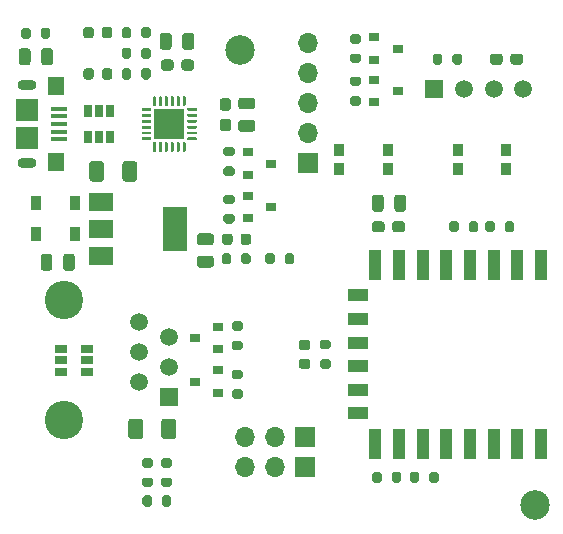
<source format=gbr>
%TF.GenerationSoftware,KiCad,Pcbnew,5.1.12-1.fc35*%
%TF.CreationDate,2021-12-21T00:05:04+01:00*%
%TF.ProjectId,smartmeterreader,736d6172-746d-4657-9465-727265616465,rev?*%
%TF.SameCoordinates,Original*%
%TF.FileFunction,Soldermask,Top*%
%TF.FilePolarity,Negative*%
%FSLAX46Y46*%
G04 Gerber Fmt 4.6, Leading zero omitted, Abs format (unit mm)*
G04 Created by KiCad (PCBNEW 5.1.12-1.fc35) date 2021-12-21 00:05:04*
%MOMM*%
%LPD*%
G01*
G04 APERTURE LIST*
%ADD10O,1.700000X1.700000*%
%ADD11R,1.700000X1.700000*%
%ADD12C,2.500000*%
%ADD13R,0.900000X1.200000*%
%ADD14R,0.900000X1.000000*%
%ADD15C,3.250000*%
%ADD16C,1.520000*%
%ADD17R,1.520000X1.520000*%
%ADD18R,1.500000X1.500000*%
%ADD19C,1.500000*%
%ADD20R,2.000000X1.500000*%
%ADD21R,2.000000X3.800000*%
%ADD22R,2.600000X2.600000*%
%ADD23R,1.000000X2.500000*%
%ADD24R,1.800000X1.000000*%
%ADD25R,0.900000X0.800000*%
%ADD26R,1.350000X0.400000*%
%ADD27O,1.600000X0.900000*%
%ADD28R,1.400000X1.600000*%
%ADD29R,1.900000X1.900000*%
%ADD30R,1.060000X0.650000*%
%ADD31R,0.650000X1.060000*%
G04 APERTURE END LIST*
%TO.C,R21*%
G36*
G01*
X147975000Y-103425000D02*
X148525000Y-103425000D01*
G75*
G02*
X148725000Y-103625000I0J-200000D01*
G01*
X148725000Y-104025000D01*
G75*
G02*
X148525000Y-104225000I-200000J0D01*
G01*
X147975000Y-104225000D01*
G75*
G02*
X147775000Y-104025000I0J200000D01*
G01*
X147775000Y-103625000D01*
G75*
G02*
X147975000Y-103425000I200000J0D01*
G01*
G37*
G36*
G01*
X147975000Y-101775000D02*
X148525000Y-101775000D01*
G75*
G02*
X148725000Y-101975000I0J-200000D01*
G01*
X148725000Y-102375000D01*
G75*
G02*
X148525000Y-102575000I-200000J0D01*
G01*
X147975000Y-102575000D01*
G75*
G02*
X147775000Y-102375000I0J200000D01*
G01*
X147775000Y-101975000D01*
G75*
G02*
X147975000Y-101775000I200000J0D01*
G01*
G37*
%TD*%
%TO.C,R20*%
G36*
G01*
X141125000Y-95175000D02*
X141125000Y-94625000D01*
G75*
G02*
X141325000Y-94425000I200000J0D01*
G01*
X141725000Y-94425000D01*
G75*
G02*
X141925000Y-94625000I0J-200000D01*
G01*
X141925000Y-95175000D01*
G75*
G02*
X141725000Y-95375000I-200000J0D01*
G01*
X141325000Y-95375000D01*
G75*
G02*
X141125000Y-95175000I0J200000D01*
G01*
G37*
G36*
G01*
X139475000Y-95175000D02*
X139475000Y-94625000D01*
G75*
G02*
X139675000Y-94425000I200000J0D01*
G01*
X140075000Y-94425000D01*
G75*
G02*
X140275000Y-94625000I0J-200000D01*
G01*
X140275000Y-95175000D01*
G75*
G02*
X140075000Y-95375000I-200000J0D01*
G01*
X139675000Y-95375000D01*
G75*
G02*
X139475000Y-95175000I0J200000D01*
G01*
G37*
%TD*%
D10*
%TO.C,J3*%
X146750000Y-76670000D03*
X146750000Y-79210000D03*
X146750000Y-81750000D03*
X146750000Y-84290000D03*
D11*
X146750000Y-86830000D03*
%TD*%
%TO.C,D8*%
G36*
G01*
X146756250Y-102650000D02*
X146243750Y-102650000D01*
G75*
G02*
X146025000Y-102431250I0J218750D01*
G01*
X146025000Y-101993750D01*
G75*
G02*
X146243750Y-101775000I218750J0D01*
G01*
X146756250Y-101775000D01*
G75*
G02*
X146975000Y-101993750I0J-218750D01*
G01*
X146975000Y-102431250D01*
G75*
G02*
X146756250Y-102650000I-218750J0D01*
G01*
G37*
G36*
G01*
X146756250Y-104225000D02*
X146243750Y-104225000D01*
G75*
G02*
X146025000Y-104006250I0J218750D01*
G01*
X146025000Y-103568750D01*
G75*
G02*
X146243750Y-103350000I218750J0D01*
G01*
X146756250Y-103350000D01*
G75*
G02*
X146975000Y-103568750I0J-218750D01*
G01*
X146975000Y-104006250D01*
G75*
G02*
X146756250Y-104225000I-218750J0D01*
G01*
G37*
%TD*%
%TO.C,D7*%
G36*
G01*
X141100000Y-93506250D02*
X141100000Y-92993750D01*
G75*
G02*
X141318750Y-92775000I218750J0D01*
G01*
X141756250Y-92775000D01*
G75*
G02*
X141975000Y-92993750I0J-218750D01*
G01*
X141975000Y-93506250D01*
G75*
G02*
X141756250Y-93725000I-218750J0D01*
G01*
X141318750Y-93725000D01*
G75*
G02*
X141100000Y-93506250I0J218750D01*
G01*
G37*
G36*
G01*
X139525000Y-93506250D02*
X139525000Y-92993750D01*
G75*
G02*
X139743750Y-92775000I218750J0D01*
G01*
X140181250Y-92775000D01*
G75*
G02*
X140400000Y-92993750I0J-218750D01*
G01*
X140400000Y-93506250D01*
G75*
G02*
X140181250Y-93725000I-218750J0D01*
G01*
X139743750Y-93725000D01*
G75*
G02*
X139525000Y-93506250I0J218750D01*
G01*
G37*
%TD*%
%TO.C,F2*%
G36*
G01*
X132825000Y-108675000D02*
X132825000Y-109925000D01*
G75*
G02*
X132575000Y-110175000I-250000J0D01*
G01*
X131825000Y-110175000D01*
G75*
G02*
X131575000Y-109925000I0J250000D01*
G01*
X131575000Y-108675000D01*
G75*
G02*
X131825000Y-108425000I250000J0D01*
G01*
X132575000Y-108425000D01*
G75*
G02*
X132825000Y-108675000I0J-250000D01*
G01*
G37*
G36*
G01*
X135625000Y-108675000D02*
X135625000Y-109925000D01*
G75*
G02*
X135375000Y-110175000I-250000J0D01*
G01*
X134625000Y-110175000D01*
G75*
G02*
X134375000Y-109925000I0J250000D01*
G01*
X134375000Y-108675000D01*
G75*
G02*
X134625000Y-108425000I250000J0D01*
G01*
X135375000Y-108425000D01*
G75*
G02*
X135625000Y-108675000I0J-250000D01*
G01*
G37*
%TD*%
%TO.C,F1*%
G36*
G01*
X129525000Y-86875000D02*
X129525000Y-88125000D01*
G75*
G02*
X129275000Y-88375000I-250000J0D01*
G01*
X128525000Y-88375000D01*
G75*
G02*
X128275000Y-88125000I0J250000D01*
G01*
X128275000Y-86875000D01*
G75*
G02*
X128525000Y-86625000I250000J0D01*
G01*
X129275000Y-86625000D01*
G75*
G02*
X129525000Y-86875000I0J-250000D01*
G01*
G37*
G36*
G01*
X132325000Y-86875000D02*
X132325000Y-88125000D01*
G75*
G02*
X132075000Y-88375000I-250000J0D01*
G01*
X131325000Y-88375000D01*
G75*
G02*
X131075000Y-88125000I0J250000D01*
G01*
X131075000Y-86875000D01*
G75*
G02*
X131325000Y-86625000I250000J0D01*
G01*
X132075000Y-86625000D01*
G75*
G02*
X132325000Y-86875000I0J-250000D01*
G01*
G37*
%TD*%
D12*
%TO.C,REF\u002A\u002A*%
X166000000Y-115750000D03*
%TD*%
%TO.C,REF\u002A\u002A*%
X141000000Y-77250000D03*
%TD*%
D13*
%TO.C,D1*%
X123750000Y-90200000D03*
X127050000Y-90200000D03*
%TD*%
D14*
%TO.C,SW2*%
X159450000Y-85700000D03*
X159450000Y-87300000D03*
X163550000Y-85700000D03*
X163550000Y-87300000D03*
%TD*%
%TO.C,SW1*%
X149450000Y-85700000D03*
X149450000Y-87300000D03*
X153550000Y-85700000D03*
X153550000Y-87300000D03*
%TD*%
D15*
%TO.C,J2*%
X126135000Y-98375000D03*
D16*
X132485000Y-100275000D03*
X135025000Y-101545000D03*
X132485000Y-102815000D03*
X135025000Y-104085000D03*
X132485000Y-105355000D03*
D15*
X126135000Y-108535000D03*
D17*
X135025000Y-106625000D03*
%TD*%
%TO.C,C10*%
G36*
G01*
X163925000Y-78237500D02*
X163925000Y-77762500D01*
G75*
G02*
X164162500Y-77525000I237500J0D01*
G01*
X164762500Y-77525000D01*
G75*
G02*
X165000000Y-77762500I0J-237500D01*
G01*
X165000000Y-78237500D01*
G75*
G02*
X164762500Y-78475000I-237500J0D01*
G01*
X164162500Y-78475000D01*
G75*
G02*
X163925000Y-78237500I0J237500D01*
G01*
G37*
G36*
G01*
X162200000Y-78237500D02*
X162200000Y-77762500D01*
G75*
G02*
X162437500Y-77525000I237500J0D01*
G01*
X163037500Y-77525000D01*
G75*
G02*
X163275000Y-77762500I0J-237500D01*
G01*
X163275000Y-78237500D01*
G75*
G02*
X163037500Y-78475000I-237500J0D01*
G01*
X162437500Y-78475000D01*
G75*
G02*
X162200000Y-78237500I0J237500D01*
G01*
G37*
%TD*%
D18*
%TO.C,U4*%
X157500000Y-80500000D03*
D19*
X160000000Y-80500000D03*
X162500000Y-80500000D03*
X165000000Y-80500000D03*
%TD*%
D20*
%TO.C,U3*%
X129250000Y-90100000D03*
X129250000Y-94700000D03*
X129250000Y-92400000D03*
D21*
X135550000Y-92400000D03*
%TD*%
D22*
%TO.C,U2*%
X135050000Y-83500000D03*
G36*
G01*
X136425000Y-85087500D02*
X136425000Y-85787500D01*
G75*
G02*
X136362500Y-85850000I-62500J0D01*
G01*
X136237500Y-85850000D01*
G75*
G02*
X136175000Y-85787500I0J62500D01*
G01*
X136175000Y-85087500D01*
G75*
G02*
X136237500Y-85025000I62500J0D01*
G01*
X136362500Y-85025000D01*
G75*
G02*
X136425000Y-85087500I0J-62500D01*
G01*
G37*
G36*
G01*
X135925000Y-85087500D02*
X135925000Y-85787500D01*
G75*
G02*
X135862500Y-85850000I-62500J0D01*
G01*
X135737500Y-85850000D01*
G75*
G02*
X135675000Y-85787500I0J62500D01*
G01*
X135675000Y-85087500D01*
G75*
G02*
X135737500Y-85025000I62500J0D01*
G01*
X135862500Y-85025000D01*
G75*
G02*
X135925000Y-85087500I0J-62500D01*
G01*
G37*
G36*
G01*
X135425000Y-85087500D02*
X135425000Y-85787500D01*
G75*
G02*
X135362500Y-85850000I-62500J0D01*
G01*
X135237500Y-85850000D01*
G75*
G02*
X135175000Y-85787500I0J62500D01*
G01*
X135175000Y-85087500D01*
G75*
G02*
X135237500Y-85025000I62500J0D01*
G01*
X135362500Y-85025000D01*
G75*
G02*
X135425000Y-85087500I0J-62500D01*
G01*
G37*
G36*
G01*
X134925000Y-85087500D02*
X134925000Y-85787500D01*
G75*
G02*
X134862500Y-85850000I-62500J0D01*
G01*
X134737500Y-85850000D01*
G75*
G02*
X134675000Y-85787500I0J62500D01*
G01*
X134675000Y-85087500D01*
G75*
G02*
X134737500Y-85025000I62500J0D01*
G01*
X134862500Y-85025000D01*
G75*
G02*
X134925000Y-85087500I0J-62500D01*
G01*
G37*
G36*
G01*
X134425000Y-85087500D02*
X134425000Y-85787500D01*
G75*
G02*
X134362500Y-85850000I-62500J0D01*
G01*
X134237500Y-85850000D01*
G75*
G02*
X134175000Y-85787500I0J62500D01*
G01*
X134175000Y-85087500D01*
G75*
G02*
X134237500Y-85025000I62500J0D01*
G01*
X134362500Y-85025000D01*
G75*
G02*
X134425000Y-85087500I0J-62500D01*
G01*
G37*
G36*
G01*
X133925000Y-85087500D02*
X133925000Y-85787500D01*
G75*
G02*
X133862500Y-85850000I-62500J0D01*
G01*
X133737500Y-85850000D01*
G75*
G02*
X133675000Y-85787500I0J62500D01*
G01*
X133675000Y-85087500D01*
G75*
G02*
X133737500Y-85025000I62500J0D01*
G01*
X133862500Y-85025000D01*
G75*
G02*
X133925000Y-85087500I0J-62500D01*
G01*
G37*
G36*
G01*
X133525000Y-84687500D02*
X133525000Y-84812500D01*
G75*
G02*
X133462500Y-84875000I-62500J0D01*
G01*
X132762500Y-84875000D01*
G75*
G02*
X132700000Y-84812500I0J62500D01*
G01*
X132700000Y-84687500D01*
G75*
G02*
X132762500Y-84625000I62500J0D01*
G01*
X133462500Y-84625000D01*
G75*
G02*
X133525000Y-84687500I0J-62500D01*
G01*
G37*
G36*
G01*
X133525000Y-84187500D02*
X133525000Y-84312500D01*
G75*
G02*
X133462500Y-84375000I-62500J0D01*
G01*
X132762500Y-84375000D01*
G75*
G02*
X132700000Y-84312500I0J62500D01*
G01*
X132700000Y-84187500D01*
G75*
G02*
X132762500Y-84125000I62500J0D01*
G01*
X133462500Y-84125000D01*
G75*
G02*
X133525000Y-84187500I0J-62500D01*
G01*
G37*
G36*
G01*
X133525000Y-83687500D02*
X133525000Y-83812500D01*
G75*
G02*
X133462500Y-83875000I-62500J0D01*
G01*
X132762500Y-83875000D01*
G75*
G02*
X132700000Y-83812500I0J62500D01*
G01*
X132700000Y-83687500D01*
G75*
G02*
X132762500Y-83625000I62500J0D01*
G01*
X133462500Y-83625000D01*
G75*
G02*
X133525000Y-83687500I0J-62500D01*
G01*
G37*
G36*
G01*
X133525000Y-83187500D02*
X133525000Y-83312500D01*
G75*
G02*
X133462500Y-83375000I-62500J0D01*
G01*
X132762500Y-83375000D01*
G75*
G02*
X132700000Y-83312500I0J62500D01*
G01*
X132700000Y-83187500D01*
G75*
G02*
X132762500Y-83125000I62500J0D01*
G01*
X133462500Y-83125000D01*
G75*
G02*
X133525000Y-83187500I0J-62500D01*
G01*
G37*
G36*
G01*
X133525000Y-82687500D02*
X133525000Y-82812500D01*
G75*
G02*
X133462500Y-82875000I-62500J0D01*
G01*
X132762500Y-82875000D01*
G75*
G02*
X132700000Y-82812500I0J62500D01*
G01*
X132700000Y-82687500D01*
G75*
G02*
X132762500Y-82625000I62500J0D01*
G01*
X133462500Y-82625000D01*
G75*
G02*
X133525000Y-82687500I0J-62500D01*
G01*
G37*
G36*
G01*
X133525000Y-82187500D02*
X133525000Y-82312500D01*
G75*
G02*
X133462500Y-82375000I-62500J0D01*
G01*
X132762500Y-82375000D01*
G75*
G02*
X132700000Y-82312500I0J62500D01*
G01*
X132700000Y-82187500D01*
G75*
G02*
X132762500Y-82125000I62500J0D01*
G01*
X133462500Y-82125000D01*
G75*
G02*
X133525000Y-82187500I0J-62500D01*
G01*
G37*
G36*
G01*
X133925000Y-81212500D02*
X133925000Y-81912500D01*
G75*
G02*
X133862500Y-81975000I-62500J0D01*
G01*
X133737500Y-81975000D01*
G75*
G02*
X133675000Y-81912500I0J62500D01*
G01*
X133675000Y-81212500D01*
G75*
G02*
X133737500Y-81150000I62500J0D01*
G01*
X133862500Y-81150000D01*
G75*
G02*
X133925000Y-81212500I0J-62500D01*
G01*
G37*
G36*
G01*
X134425000Y-81212500D02*
X134425000Y-81912500D01*
G75*
G02*
X134362500Y-81975000I-62500J0D01*
G01*
X134237500Y-81975000D01*
G75*
G02*
X134175000Y-81912500I0J62500D01*
G01*
X134175000Y-81212500D01*
G75*
G02*
X134237500Y-81150000I62500J0D01*
G01*
X134362500Y-81150000D01*
G75*
G02*
X134425000Y-81212500I0J-62500D01*
G01*
G37*
G36*
G01*
X134925000Y-81212500D02*
X134925000Y-81912500D01*
G75*
G02*
X134862500Y-81975000I-62500J0D01*
G01*
X134737500Y-81975000D01*
G75*
G02*
X134675000Y-81912500I0J62500D01*
G01*
X134675000Y-81212500D01*
G75*
G02*
X134737500Y-81150000I62500J0D01*
G01*
X134862500Y-81150000D01*
G75*
G02*
X134925000Y-81212500I0J-62500D01*
G01*
G37*
G36*
G01*
X135425000Y-81212500D02*
X135425000Y-81912500D01*
G75*
G02*
X135362500Y-81975000I-62500J0D01*
G01*
X135237500Y-81975000D01*
G75*
G02*
X135175000Y-81912500I0J62500D01*
G01*
X135175000Y-81212500D01*
G75*
G02*
X135237500Y-81150000I62500J0D01*
G01*
X135362500Y-81150000D01*
G75*
G02*
X135425000Y-81212500I0J-62500D01*
G01*
G37*
G36*
G01*
X135925000Y-81212500D02*
X135925000Y-81912500D01*
G75*
G02*
X135862500Y-81975000I-62500J0D01*
G01*
X135737500Y-81975000D01*
G75*
G02*
X135675000Y-81912500I0J62500D01*
G01*
X135675000Y-81212500D01*
G75*
G02*
X135737500Y-81150000I62500J0D01*
G01*
X135862500Y-81150000D01*
G75*
G02*
X135925000Y-81212500I0J-62500D01*
G01*
G37*
G36*
G01*
X136425000Y-81212500D02*
X136425000Y-81912500D01*
G75*
G02*
X136362500Y-81975000I-62500J0D01*
G01*
X136237500Y-81975000D01*
G75*
G02*
X136175000Y-81912500I0J62500D01*
G01*
X136175000Y-81212500D01*
G75*
G02*
X136237500Y-81150000I62500J0D01*
G01*
X136362500Y-81150000D01*
G75*
G02*
X136425000Y-81212500I0J-62500D01*
G01*
G37*
G36*
G01*
X137400000Y-82187500D02*
X137400000Y-82312500D01*
G75*
G02*
X137337500Y-82375000I-62500J0D01*
G01*
X136637500Y-82375000D01*
G75*
G02*
X136575000Y-82312500I0J62500D01*
G01*
X136575000Y-82187500D01*
G75*
G02*
X136637500Y-82125000I62500J0D01*
G01*
X137337500Y-82125000D01*
G75*
G02*
X137400000Y-82187500I0J-62500D01*
G01*
G37*
G36*
G01*
X137400000Y-82687500D02*
X137400000Y-82812500D01*
G75*
G02*
X137337500Y-82875000I-62500J0D01*
G01*
X136637500Y-82875000D01*
G75*
G02*
X136575000Y-82812500I0J62500D01*
G01*
X136575000Y-82687500D01*
G75*
G02*
X136637500Y-82625000I62500J0D01*
G01*
X137337500Y-82625000D01*
G75*
G02*
X137400000Y-82687500I0J-62500D01*
G01*
G37*
G36*
G01*
X137400000Y-83187500D02*
X137400000Y-83312500D01*
G75*
G02*
X137337500Y-83375000I-62500J0D01*
G01*
X136637500Y-83375000D01*
G75*
G02*
X136575000Y-83312500I0J62500D01*
G01*
X136575000Y-83187500D01*
G75*
G02*
X136637500Y-83125000I62500J0D01*
G01*
X137337500Y-83125000D01*
G75*
G02*
X137400000Y-83187500I0J-62500D01*
G01*
G37*
G36*
G01*
X137400000Y-83687500D02*
X137400000Y-83812500D01*
G75*
G02*
X137337500Y-83875000I-62500J0D01*
G01*
X136637500Y-83875000D01*
G75*
G02*
X136575000Y-83812500I0J62500D01*
G01*
X136575000Y-83687500D01*
G75*
G02*
X136637500Y-83625000I62500J0D01*
G01*
X137337500Y-83625000D01*
G75*
G02*
X137400000Y-83687500I0J-62500D01*
G01*
G37*
G36*
G01*
X137400000Y-84187500D02*
X137400000Y-84312500D01*
G75*
G02*
X137337500Y-84375000I-62500J0D01*
G01*
X136637500Y-84375000D01*
G75*
G02*
X136575000Y-84312500I0J62500D01*
G01*
X136575000Y-84187500D01*
G75*
G02*
X136637500Y-84125000I62500J0D01*
G01*
X137337500Y-84125000D01*
G75*
G02*
X137400000Y-84187500I0J-62500D01*
G01*
G37*
G36*
G01*
X137400000Y-84687500D02*
X137400000Y-84812500D01*
G75*
G02*
X137337500Y-84875000I-62500J0D01*
G01*
X136637500Y-84875000D01*
G75*
G02*
X136575000Y-84812500I0J62500D01*
G01*
X136575000Y-84687500D01*
G75*
G02*
X136637500Y-84625000I62500J0D01*
G01*
X137337500Y-84625000D01*
G75*
G02*
X137400000Y-84687500I0J-62500D01*
G01*
G37*
%TD*%
D23*
%TO.C,U1*%
X166500000Y-110600000D03*
X164500000Y-110600000D03*
X162500000Y-110600000D03*
X160500000Y-110600000D03*
X158500000Y-110600000D03*
X156500000Y-110600000D03*
X154500000Y-110600000D03*
X152500000Y-110600000D03*
D24*
X151000000Y-108000000D03*
X151000000Y-106000000D03*
X151000000Y-104000000D03*
X151000000Y-102000000D03*
X151000000Y-100000000D03*
X151000000Y-98000000D03*
D23*
X152500000Y-95400000D03*
X154500000Y-95400000D03*
X156500000Y-95400000D03*
X158500000Y-95400000D03*
X160500000Y-95400000D03*
X162500000Y-95400000D03*
X164500000Y-95400000D03*
X166500000Y-95400000D03*
%TD*%
%TO.C,R19*%
G36*
G01*
X151075000Y-76675000D02*
X150525000Y-76675000D01*
G75*
G02*
X150325000Y-76475000I0J200000D01*
G01*
X150325000Y-76075000D01*
G75*
G02*
X150525000Y-75875000I200000J0D01*
G01*
X151075000Y-75875000D01*
G75*
G02*
X151275000Y-76075000I0J-200000D01*
G01*
X151275000Y-76475000D01*
G75*
G02*
X151075000Y-76675000I-200000J0D01*
G01*
G37*
G36*
G01*
X151075000Y-78325000D02*
X150525000Y-78325000D01*
G75*
G02*
X150325000Y-78125000I0J200000D01*
G01*
X150325000Y-77725000D01*
G75*
G02*
X150525000Y-77525000I200000J0D01*
G01*
X151075000Y-77525000D01*
G75*
G02*
X151275000Y-77725000I0J-200000D01*
G01*
X151275000Y-78125000D01*
G75*
G02*
X151075000Y-78325000I-200000J0D01*
G01*
G37*
%TD*%
%TO.C,R18*%
G36*
G01*
X151075000Y-80275000D02*
X150525000Y-80275000D01*
G75*
G02*
X150325000Y-80075000I0J200000D01*
G01*
X150325000Y-79675000D01*
G75*
G02*
X150525000Y-79475000I200000J0D01*
G01*
X151075000Y-79475000D01*
G75*
G02*
X151275000Y-79675000I0J-200000D01*
G01*
X151275000Y-80075000D01*
G75*
G02*
X151075000Y-80275000I-200000J0D01*
G01*
G37*
G36*
G01*
X151075000Y-81925000D02*
X150525000Y-81925000D01*
G75*
G02*
X150325000Y-81725000I0J200000D01*
G01*
X150325000Y-81325000D01*
G75*
G02*
X150525000Y-81125000I200000J0D01*
G01*
X151075000Y-81125000D01*
G75*
G02*
X151275000Y-81325000I0J-200000D01*
G01*
X151275000Y-81725000D01*
G75*
G02*
X151075000Y-81925000I-200000J0D01*
G01*
G37*
%TD*%
%TO.C,R17*%
G36*
G01*
X141075000Y-100975000D02*
X140525000Y-100975000D01*
G75*
G02*
X140325000Y-100775000I0J200000D01*
G01*
X140325000Y-100375000D01*
G75*
G02*
X140525000Y-100175000I200000J0D01*
G01*
X141075000Y-100175000D01*
G75*
G02*
X141275000Y-100375000I0J-200000D01*
G01*
X141275000Y-100775000D01*
G75*
G02*
X141075000Y-100975000I-200000J0D01*
G01*
G37*
G36*
G01*
X141075000Y-102625000D02*
X140525000Y-102625000D01*
G75*
G02*
X140325000Y-102425000I0J200000D01*
G01*
X140325000Y-102025000D01*
G75*
G02*
X140525000Y-101825000I200000J0D01*
G01*
X141075000Y-101825000D01*
G75*
G02*
X141275000Y-102025000I0J-200000D01*
G01*
X141275000Y-102425000D01*
G75*
G02*
X141075000Y-102625000I-200000J0D01*
G01*
G37*
%TD*%
%TO.C,R16*%
G36*
G01*
X124175000Y-76075000D02*
X124175000Y-75525000D01*
G75*
G02*
X124375000Y-75325000I200000J0D01*
G01*
X124775000Y-75325000D01*
G75*
G02*
X124975000Y-75525000I0J-200000D01*
G01*
X124975000Y-76075000D01*
G75*
G02*
X124775000Y-76275000I-200000J0D01*
G01*
X124375000Y-76275000D01*
G75*
G02*
X124175000Y-76075000I0J200000D01*
G01*
G37*
G36*
G01*
X122525000Y-76075000D02*
X122525000Y-75525000D01*
G75*
G02*
X122725000Y-75325000I200000J0D01*
G01*
X123125000Y-75325000D01*
G75*
G02*
X123325000Y-75525000I0J-200000D01*
G01*
X123325000Y-76075000D01*
G75*
G02*
X123125000Y-76275000I-200000J0D01*
G01*
X122725000Y-76275000D01*
G75*
G02*
X122525000Y-76075000I0J200000D01*
G01*
G37*
%TD*%
%TO.C,R15*%
G36*
G01*
X140525000Y-105950000D02*
X141075000Y-105950000D01*
G75*
G02*
X141275000Y-106150000I0J-200000D01*
G01*
X141275000Y-106550000D01*
G75*
G02*
X141075000Y-106750000I-200000J0D01*
G01*
X140525000Y-106750000D01*
G75*
G02*
X140325000Y-106550000I0J200000D01*
G01*
X140325000Y-106150000D01*
G75*
G02*
X140525000Y-105950000I200000J0D01*
G01*
G37*
G36*
G01*
X140525000Y-104300000D02*
X141075000Y-104300000D01*
G75*
G02*
X141275000Y-104500000I0J-200000D01*
G01*
X141275000Y-104900000D01*
G75*
G02*
X141075000Y-105100000I-200000J0D01*
G01*
X140525000Y-105100000D01*
G75*
G02*
X140325000Y-104900000I0J200000D01*
G01*
X140325000Y-104500000D01*
G75*
G02*
X140525000Y-104300000I200000J0D01*
G01*
G37*
%TD*%
%TO.C,R14*%
G36*
G01*
X133475000Y-112575000D02*
X132925000Y-112575000D01*
G75*
G02*
X132725000Y-112375000I0J200000D01*
G01*
X132725000Y-111975000D01*
G75*
G02*
X132925000Y-111775000I200000J0D01*
G01*
X133475000Y-111775000D01*
G75*
G02*
X133675000Y-111975000I0J-200000D01*
G01*
X133675000Y-112375000D01*
G75*
G02*
X133475000Y-112575000I-200000J0D01*
G01*
G37*
G36*
G01*
X133475000Y-114225000D02*
X132925000Y-114225000D01*
G75*
G02*
X132725000Y-114025000I0J200000D01*
G01*
X132725000Y-113625000D01*
G75*
G02*
X132925000Y-113425000I200000J0D01*
G01*
X133475000Y-113425000D01*
G75*
G02*
X133675000Y-113625000I0J-200000D01*
G01*
X133675000Y-114025000D01*
G75*
G02*
X133475000Y-114225000I-200000J0D01*
G01*
G37*
%TD*%
%TO.C,R13*%
G36*
G01*
X134525000Y-113425000D02*
X135075000Y-113425000D01*
G75*
G02*
X135275000Y-113625000I0J-200000D01*
G01*
X135275000Y-114025000D01*
G75*
G02*
X135075000Y-114225000I-200000J0D01*
G01*
X134525000Y-114225000D01*
G75*
G02*
X134325000Y-114025000I0J200000D01*
G01*
X134325000Y-113625000D01*
G75*
G02*
X134525000Y-113425000I200000J0D01*
G01*
G37*
G36*
G01*
X134525000Y-111775000D02*
X135075000Y-111775000D01*
G75*
G02*
X135275000Y-111975000I0J-200000D01*
G01*
X135275000Y-112375000D01*
G75*
G02*
X135075000Y-112575000I-200000J0D01*
G01*
X134525000Y-112575000D01*
G75*
G02*
X134325000Y-112375000I0J200000D01*
G01*
X134325000Y-111975000D01*
G75*
G02*
X134525000Y-111775000I200000J0D01*
G01*
G37*
%TD*%
%TO.C,R12*%
G36*
G01*
X134425000Y-115675000D02*
X134425000Y-115125000D01*
G75*
G02*
X134625000Y-114925000I200000J0D01*
G01*
X135025000Y-114925000D01*
G75*
G02*
X135225000Y-115125000I0J-200000D01*
G01*
X135225000Y-115675000D01*
G75*
G02*
X135025000Y-115875000I-200000J0D01*
G01*
X134625000Y-115875000D01*
G75*
G02*
X134425000Y-115675000I0J200000D01*
G01*
G37*
G36*
G01*
X132775000Y-115675000D02*
X132775000Y-115125000D01*
G75*
G02*
X132975000Y-114925000I200000J0D01*
G01*
X133375000Y-114925000D01*
G75*
G02*
X133575000Y-115125000I0J-200000D01*
G01*
X133575000Y-115675000D01*
G75*
G02*
X133375000Y-115875000I-200000J0D01*
G01*
X132975000Y-115875000D01*
G75*
G02*
X132775000Y-115675000I0J200000D01*
G01*
G37*
%TD*%
%TO.C,R11*%
G36*
G01*
X159025000Y-78275000D02*
X159025000Y-77725000D01*
G75*
G02*
X159225000Y-77525000I200000J0D01*
G01*
X159625000Y-77525000D01*
G75*
G02*
X159825000Y-77725000I0J-200000D01*
G01*
X159825000Y-78275000D01*
G75*
G02*
X159625000Y-78475000I-200000J0D01*
G01*
X159225000Y-78475000D01*
G75*
G02*
X159025000Y-78275000I0J200000D01*
G01*
G37*
G36*
G01*
X157375000Y-78275000D02*
X157375000Y-77725000D01*
G75*
G02*
X157575000Y-77525000I200000J0D01*
G01*
X157975000Y-77525000D01*
G75*
G02*
X158175000Y-77725000I0J-200000D01*
G01*
X158175000Y-78275000D01*
G75*
G02*
X157975000Y-78475000I-200000J0D01*
G01*
X157575000Y-78475000D01*
G75*
G02*
X157375000Y-78275000I0J200000D01*
G01*
G37*
%TD*%
%TO.C,R10*%
G36*
G01*
X131825000Y-78975000D02*
X131825000Y-79525000D01*
G75*
G02*
X131625000Y-79725000I-200000J0D01*
G01*
X131225000Y-79725000D01*
G75*
G02*
X131025000Y-79525000I0J200000D01*
G01*
X131025000Y-78975000D01*
G75*
G02*
X131225000Y-78775000I200000J0D01*
G01*
X131625000Y-78775000D01*
G75*
G02*
X131825000Y-78975000I0J-200000D01*
G01*
G37*
G36*
G01*
X133475000Y-78975000D02*
X133475000Y-79525000D01*
G75*
G02*
X133275000Y-79725000I-200000J0D01*
G01*
X132875000Y-79725000D01*
G75*
G02*
X132675000Y-79525000I0J200000D01*
G01*
X132675000Y-78975000D01*
G75*
G02*
X132875000Y-78775000I200000J0D01*
G01*
X133275000Y-78775000D01*
G75*
G02*
X133475000Y-78975000I0J-200000D01*
G01*
G37*
%TD*%
%TO.C,R9*%
G36*
G01*
X131825000Y-75475000D02*
X131825000Y-76025000D01*
G75*
G02*
X131625000Y-76225000I-200000J0D01*
G01*
X131225000Y-76225000D01*
G75*
G02*
X131025000Y-76025000I0J200000D01*
G01*
X131025000Y-75475000D01*
G75*
G02*
X131225000Y-75275000I200000J0D01*
G01*
X131625000Y-75275000D01*
G75*
G02*
X131825000Y-75475000I0J-200000D01*
G01*
G37*
G36*
G01*
X133475000Y-75475000D02*
X133475000Y-76025000D01*
G75*
G02*
X133275000Y-76225000I-200000J0D01*
G01*
X132875000Y-76225000D01*
G75*
G02*
X132675000Y-76025000I0J200000D01*
G01*
X132675000Y-75475000D01*
G75*
G02*
X132875000Y-75275000I200000J0D01*
G01*
X133275000Y-75275000D01*
G75*
G02*
X133475000Y-75475000I0J-200000D01*
G01*
G37*
%TD*%
%TO.C,R8*%
G36*
G01*
X131825000Y-77225000D02*
X131825000Y-77775000D01*
G75*
G02*
X131625000Y-77975000I-200000J0D01*
G01*
X131225000Y-77975000D01*
G75*
G02*
X131025000Y-77775000I0J200000D01*
G01*
X131025000Y-77225000D01*
G75*
G02*
X131225000Y-77025000I200000J0D01*
G01*
X131625000Y-77025000D01*
G75*
G02*
X131825000Y-77225000I0J-200000D01*
G01*
G37*
G36*
G01*
X133475000Y-77225000D02*
X133475000Y-77775000D01*
G75*
G02*
X133275000Y-77975000I-200000J0D01*
G01*
X132875000Y-77975000D01*
G75*
G02*
X132675000Y-77775000I0J200000D01*
G01*
X132675000Y-77225000D01*
G75*
G02*
X132875000Y-77025000I200000J0D01*
G01*
X133275000Y-77025000D01*
G75*
G02*
X133475000Y-77225000I0J-200000D01*
G01*
G37*
%TD*%
%TO.C,R7*%
G36*
G01*
X144825000Y-95175000D02*
X144825000Y-94625000D01*
G75*
G02*
X145025000Y-94425000I200000J0D01*
G01*
X145425000Y-94425000D01*
G75*
G02*
X145625000Y-94625000I0J-200000D01*
G01*
X145625000Y-95175000D01*
G75*
G02*
X145425000Y-95375000I-200000J0D01*
G01*
X145025000Y-95375000D01*
G75*
G02*
X144825000Y-95175000I0J200000D01*
G01*
G37*
G36*
G01*
X143175000Y-95175000D02*
X143175000Y-94625000D01*
G75*
G02*
X143375000Y-94425000I200000J0D01*
G01*
X143775000Y-94425000D01*
G75*
G02*
X143975000Y-94625000I0J-200000D01*
G01*
X143975000Y-95175000D01*
G75*
G02*
X143775000Y-95375000I-200000J0D01*
G01*
X143375000Y-95375000D01*
G75*
G02*
X143175000Y-95175000I0J200000D01*
G01*
G37*
%TD*%
%TO.C,R6*%
G36*
G01*
X153025000Y-113125000D02*
X153025000Y-113675000D01*
G75*
G02*
X152825000Y-113875000I-200000J0D01*
G01*
X152425000Y-113875000D01*
G75*
G02*
X152225000Y-113675000I0J200000D01*
G01*
X152225000Y-113125000D01*
G75*
G02*
X152425000Y-112925000I200000J0D01*
G01*
X152825000Y-112925000D01*
G75*
G02*
X153025000Y-113125000I0J-200000D01*
G01*
G37*
G36*
G01*
X154675000Y-113125000D02*
X154675000Y-113675000D01*
G75*
G02*
X154475000Y-113875000I-200000J0D01*
G01*
X154075000Y-113875000D01*
G75*
G02*
X153875000Y-113675000I0J200000D01*
G01*
X153875000Y-113125000D01*
G75*
G02*
X154075000Y-112925000I200000J0D01*
G01*
X154475000Y-112925000D01*
G75*
G02*
X154675000Y-113125000I0J-200000D01*
G01*
G37*
%TD*%
%TO.C,R5*%
G36*
G01*
X163450000Y-92475000D02*
X163450000Y-91925000D01*
G75*
G02*
X163650000Y-91725000I200000J0D01*
G01*
X164050000Y-91725000D01*
G75*
G02*
X164250000Y-91925000I0J-200000D01*
G01*
X164250000Y-92475000D01*
G75*
G02*
X164050000Y-92675000I-200000J0D01*
G01*
X163650000Y-92675000D01*
G75*
G02*
X163450000Y-92475000I0J200000D01*
G01*
G37*
G36*
G01*
X161800000Y-92475000D02*
X161800000Y-91925000D01*
G75*
G02*
X162000000Y-91725000I200000J0D01*
G01*
X162400000Y-91725000D01*
G75*
G02*
X162600000Y-91925000I0J-200000D01*
G01*
X162600000Y-92475000D01*
G75*
G02*
X162400000Y-92675000I-200000J0D01*
G01*
X162000000Y-92675000D01*
G75*
G02*
X161800000Y-92475000I0J200000D01*
G01*
G37*
%TD*%
%TO.C,R4*%
G36*
G01*
X159550000Y-91925000D02*
X159550000Y-92475000D01*
G75*
G02*
X159350000Y-92675000I-200000J0D01*
G01*
X158950000Y-92675000D01*
G75*
G02*
X158750000Y-92475000I0J200000D01*
G01*
X158750000Y-91925000D01*
G75*
G02*
X158950000Y-91725000I200000J0D01*
G01*
X159350000Y-91725000D01*
G75*
G02*
X159550000Y-91925000I0J-200000D01*
G01*
G37*
G36*
G01*
X161200000Y-91925000D02*
X161200000Y-92475000D01*
G75*
G02*
X161000000Y-92675000I-200000J0D01*
G01*
X160600000Y-92675000D01*
G75*
G02*
X160400000Y-92475000I0J200000D01*
G01*
X160400000Y-91925000D01*
G75*
G02*
X160600000Y-91725000I200000J0D01*
G01*
X161000000Y-91725000D01*
G75*
G02*
X161200000Y-91925000I0J-200000D01*
G01*
G37*
%TD*%
%TO.C,R3*%
G36*
G01*
X157075000Y-113675000D02*
X157075000Y-113125000D01*
G75*
G02*
X157275000Y-112925000I200000J0D01*
G01*
X157675000Y-112925000D01*
G75*
G02*
X157875000Y-113125000I0J-200000D01*
G01*
X157875000Y-113675000D01*
G75*
G02*
X157675000Y-113875000I-200000J0D01*
G01*
X157275000Y-113875000D01*
G75*
G02*
X157075000Y-113675000I0J200000D01*
G01*
G37*
G36*
G01*
X155425000Y-113675000D02*
X155425000Y-113125000D01*
G75*
G02*
X155625000Y-112925000I200000J0D01*
G01*
X156025000Y-112925000D01*
G75*
G02*
X156225000Y-113125000I0J-200000D01*
G01*
X156225000Y-113675000D01*
G75*
G02*
X156025000Y-113875000I-200000J0D01*
G01*
X155625000Y-113875000D01*
G75*
G02*
X155425000Y-113675000I0J200000D01*
G01*
G37*
%TD*%
%TO.C,R2*%
G36*
G01*
X139825000Y-91125000D02*
X140375000Y-91125000D01*
G75*
G02*
X140575000Y-91325000I0J-200000D01*
G01*
X140575000Y-91725000D01*
G75*
G02*
X140375000Y-91925000I-200000J0D01*
G01*
X139825000Y-91925000D01*
G75*
G02*
X139625000Y-91725000I0J200000D01*
G01*
X139625000Y-91325000D01*
G75*
G02*
X139825000Y-91125000I200000J0D01*
G01*
G37*
G36*
G01*
X139825000Y-89475000D02*
X140375000Y-89475000D01*
G75*
G02*
X140575000Y-89675000I0J-200000D01*
G01*
X140575000Y-90075000D01*
G75*
G02*
X140375000Y-90275000I-200000J0D01*
G01*
X139825000Y-90275000D01*
G75*
G02*
X139625000Y-90075000I0J200000D01*
G01*
X139625000Y-89675000D01*
G75*
G02*
X139825000Y-89475000I200000J0D01*
G01*
G37*
%TD*%
%TO.C,R1*%
G36*
G01*
X140375000Y-86225000D02*
X139825000Y-86225000D01*
G75*
G02*
X139625000Y-86025000I0J200000D01*
G01*
X139625000Y-85625000D01*
G75*
G02*
X139825000Y-85425000I200000J0D01*
G01*
X140375000Y-85425000D01*
G75*
G02*
X140575000Y-85625000I0J-200000D01*
G01*
X140575000Y-86025000D01*
G75*
G02*
X140375000Y-86225000I-200000J0D01*
G01*
G37*
G36*
G01*
X140375000Y-87875000D02*
X139825000Y-87875000D01*
G75*
G02*
X139625000Y-87675000I0J200000D01*
G01*
X139625000Y-87275000D01*
G75*
G02*
X139825000Y-87075000I200000J0D01*
G01*
X140375000Y-87075000D01*
G75*
G02*
X140575000Y-87275000I0J-200000D01*
G01*
X140575000Y-87675000D01*
G75*
G02*
X140375000Y-87875000I-200000J0D01*
G01*
G37*
%TD*%
D25*
%TO.C,Q6*%
X154400000Y-77100000D03*
X152400000Y-78050000D03*
X152400000Y-76150000D03*
%TD*%
%TO.C,Q5*%
X154400000Y-80700000D03*
X152400000Y-81650000D03*
X152400000Y-79750000D03*
%TD*%
%TO.C,Q4*%
X137200000Y-101600000D03*
X139200000Y-100650000D03*
X139200000Y-102550000D03*
%TD*%
%TO.C,Q3*%
X137200000Y-105300000D03*
X139200000Y-104350000D03*
X139200000Y-106250000D03*
%TD*%
%TO.C,Q2*%
X143700000Y-86850000D03*
X141700000Y-87800000D03*
X141700000Y-85900000D03*
%TD*%
%TO.C,Q1*%
X143700000Y-90500000D03*
X141700000Y-91450000D03*
X141700000Y-89550000D03*
%TD*%
D10*
%TO.C,JP2*%
X141478000Y-109982000D03*
X144018000Y-109982000D03*
D11*
X146558000Y-109982000D03*
%TD*%
D10*
%TO.C,JP1*%
X141478000Y-112522000D03*
X144018000Y-112522000D03*
D11*
X146558000Y-112522000D03*
%TD*%
D26*
%TO.C,J1*%
X125675000Y-83500000D03*
X125675000Y-84150000D03*
X125675000Y-84800000D03*
X125675000Y-82850000D03*
X125675000Y-82200000D03*
D27*
X123000000Y-86800000D03*
X123000000Y-80200000D03*
D28*
X125450000Y-80300000D03*
X125450000Y-86700000D03*
D29*
X123000000Y-82300000D03*
X123000000Y-84700000D03*
%TD*%
%TO.C,D6*%
G36*
G01*
X129350000Y-79506250D02*
X129350000Y-78993750D01*
G75*
G02*
X129568750Y-78775000I218750J0D01*
G01*
X130006250Y-78775000D01*
G75*
G02*
X130225000Y-78993750I0J-218750D01*
G01*
X130225000Y-79506250D01*
G75*
G02*
X130006250Y-79725000I-218750J0D01*
G01*
X129568750Y-79725000D01*
G75*
G02*
X129350000Y-79506250I0J218750D01*
G01*
G37*
G36*
G01*
X127775000Y-79506250D02*
X127775000Y-78993750D01*
G75*
G02*
X127993750Y-78775000I218750J0D01*
G01*
X128431250Y-78775000D01*
G75*
G02*
X128650000Y-78993750I0J-218750D01*
G01*
X128650000Y-79506250D01*
G75*
G02*
X128431250Y-79725000I-218750J0D01*
G01*
X127993750Y-79725000D01*
G75*
G02*
X127775000Y-79506250I0J218750D01*
G01*
G37*
%TD*%
%TO.C,D5*%
G36*
G01*
X129350000Y-76006250D02*
X129350000Y-75493750D01*
G75*
G02*
X129568750Y-75275000I218750J0D01*
G01*
X130006250Y-75275000D01*
G75*
G02*
X130225000Y-75493750I0J-218750D01*
G01*
X130225000Y-76006250D01*
G75*
G02*
X130006250Y-76225000I-218750J0D01*
G01*
X129568750Y-76225000D01*
G75*
G02*
X129350000Y-76006250I0J218750D01*
G01*
G37*
G36*
G01*
X127775000Y-76006250D02*
X127775000Y-75493750D01*
G75*
G02*
X127993750Y-75275000I218750J0D01*
G01*
X128431250Y-75275000D01*
G75*
G02*
X128650000Y-75493750I0J-218750D01*
G01*
X128650000Y-76006250D01*
G75*
G02*
X128431250Y-76225000I-218750J0D01*
G01*
X127993750Y-76225000D01*
G75*
G02*
X127775000Y-76006250I0J218750D01*
G01*
G37*
%TD*%
D30*
%TO.C,D4*%
X125900000Y-103500000D03*
X125900000Y-104450000D03*
X125900000Y-102550000D03*
X128100000Y-102550000D03*
X128100000Y-103500000D03*
X128100000Y-104450000D03*
%TD*%
D31*
%TO.C,D3*%
X129100000Y-84600000D03*
X130050000Y-84600000D03*
X128150000Y-84600000D03*
X128150000Y-82400000D03*
X129100000Y-82400000D03*
X130050000Y-82400000D03*
%TD*%
D13*
%TO.C,D2*%
X123750000Y-92800000D03*
X127050000Y-92800000D03*
%TD*%
%TO.C,C9*%
G36*
G01*
X124200000Y-78275000D02*
X124200000Y-77325000D01*
G75*
G02*
X124450000Y-77075000I250000J0D01*
G01*
X124950000Y-77075000D01*
G75*
G02*
X125200000Y-77325000I0J-250000D01*
G01*
X125200000Y-78275000D01*
G75*
G02*
X124950000Y-78525000I-250000J0D01*
G01*
X124450000Y-78525000D01*
G75*
G02*
X124200000Y-78275000I0J250000D01*
G01*
G37*
G36*
G01*
X122300000Y-78275000D02*
X122300000Y-77325000D01*
G75*
G02*
X122550000Y-77075000I250000J0D01*
G01*
X123050000Y-77075000D01*
G75*
G02*
X123300000Y-77325000I0J-250000D01*
G01*
X123300000Y-78275000D01*
G75*
G02*
X123050000Y-78525000I-250000J0D01*
G01*
X122550000Y-78525000D01*
G75*
G02*
X122300000Y-78275000I0J250000D01*
G01*
G37*
%TD*%
%TO.C,C8*%
G36*
G01*
X138575000Y-93750000D02*
X137625000Y-93750000D01*
G75*
G02*
X137375000Y-93500000I0J250000D01*
G01*
X137375000Y-93000000D01*
G75*
G02*
X137625000Y-92750000I250000J0D01*
G01*
X138575000Y-92750000D01*
G75*
G02*
X138825000Y-93000000I0J-250000D01*
G01*
X138825000Y-93500000D01*
G75*
G02*
X138575000Y-93750000I-250000J0D01*
G01*
G37*
G36*
G01*
X138575000Y-95650000D02*
X137625000Y-95650000D01*
G75*
G02*
X137375000Y-95400000I0J250000D01*
G01*
X137375000Y-94900000D01*
G75*
G02*
X137625000Y-94650000I250000J0D01*
G01*
X138575000Y-94650000D01*
G75*
G02*
X138825000Y-94900000I0J-250000D01*
G01*
X138825000Y-95400000D01*
G75*
G02*
X138575000Y-95650000I-250000J0D01*
G01*
G37*
%TD*%
%TO.C,C7*%
G36*
G01*
X126050000Y-95675000D02*
X126050000Y-94725000D01*
G75*
G02*
X126300000Y-94475000I250000J0D01*
G01*
X126800000Y-94475000D01*
G75*
G02*
X127050000Y-94725000I0J-250000D01*
G01*
X127050000Y-95675000D01*
G75*
G02*
X126800000Y-95925000I-250000J0D01*
G01*
X126300000Y-95925000D01*
G75*
G02*
X126050000Y-95675000I0J250000D01*
G01*
G37*
G36*
G01*
X124150000Y-95675000D02*
X124150000Y-94725000D01*
G75*
G02*
X124400000Y-94475000I250000J0D01*
G01*
X124900000Y-94475000D01*
G75*
G02*
X125150000Y-94725000I0J-250000D01*
G01*
X125150000Y-95675000D01*
G75*
G02*
X124900000Y-95925000I-250000J0D01*
G01*
X124400000Y-95925000D01*
G75*
G02*
X124150000Y-95675000I0J250000D01*
G01*
G37*
%TD*%
%TO.C,C6*%
G36*
G01*
X141125000Y-83150000D02*
X142075000Y-83150000D01*
G75*
G02*
X142325000Y-83400000I0J-250000D01*
G01*
X142325000Y-83900000D01*
G75*
G02*
X142075000Y-84150000I-250000J0D01*
G01*
X141125000Y-84150000D01*
G75*
G02*
X140875000Y-83900000I0J250000D01*
G01*
X140875000Y-83400000D01*
G75*
G02*
X141125000Y-83150000I250000J0D01*
G01*
G37*
G36*
G01*
X141125000Y-81250000D02*
X142075000Y-81250000D01*
G75*
G02*
X142325000Y-81500000I0J-250000D01*
G01*
X142325000Y-82000000D01*
G75*
G02*
X142075000Y-82250000I-250000J0D01*
G01*
X141125000Y-82250000D01*
G75*
G02*
X140875000Y-82000000I0J250000D01*
G01*
X140875000Y-81500000D01*
G75*
G02*
X141125000Y-81250000I250000J0D01*
G01*
G37*
%TD*%
%TO.C,C5*%
G36*
G01*
X139562500Y-83025000D02*
X140037500Y-83025000D01*
G75*
G02*
X140275000Y-83262500I0J-237500D01*
G01*
X140275000Y-83862500D01*
G75*
G02*
X140037500Y-84100000I-237500J0D01*
G01*
X139562500Y-84100000D01*
G75*
G02*
X139325000Y-83862500I0J237500D01*
G01*
X139325000Y-83262500D01*
G75*
G02*
X139562500Y-83025000I237500J0D01*
G01*
G37*
G36*
G01*
X139562500Y-81300000D02*
X140037500Y-81300000D01*
G75*
G02*
X140275000Y-81537500I0J-237500D01*
G01*
X140275000Y-82137500D01*
G75*
G02*
X140037500Y-82375000I-237500J0D01*
G01*
X139562500Y-82375000D01*
G75*
G02*
X139325000Y-82137500I0J237500D01*
G01*
X139325000Y-81537500D01*
G75*
G02*
X139562500Y-81300000I237500J0D01*
G01*
G37*
%TD*%
%TO.C,C4*%
G36*
G01*
X135250000Y-76025000D02*
X135250000Y-76975000D01*
G75*
G02*
X135000000Y-77225000I-250000J0D01*
G01*
X134500000Y-77225000D01*
G75*
G02*
X134250000Y-76975000I0J250000D01*
G01*
X134250000Y-76025000D01*
G75*
G02*
X134500000Y-75775000I250000J0D01*
G01*
X135000000Y-75775000D01*
G75*
G02*
X135250000Y-76025000I0J-250000D01*
G01*
G37*
G36*
G01*
X137150000Y-76025000D02*
X137150000Y-76975000D01*
G75*
G02*
X136900000Y-77225000I-250000J0D01*
G01*
X136400000Y-77225000D01*
G75*
G02*
X136150000Y-76975000I0J250000D01*
G01*
X136150000Y-76025000D01*
G75*
G02*
X136400000Y-75775000I250000J0D01*
G01*
X136900000Y-75775000D01*
G75*
G02*
X137150000Y-76025000I0J-250000D01*
G01*
G37*
%TD*%
%TO.C,C3*%
G36*
G01*
X135425000Y-78262500D02*
X135425000Y-78737500D01*
G75*
G02*
X135187500Y-78975000I-237500J0D01*
G01*
X134587500Y-78975000D01*
G75*
G02*
X134350000Y-78737500I0J237500D01*
G01*
X134350000Y-78262500D01*
G75*
G02*
X134587500Y-78025000I237500J0D01*
G01*
X135187500Y-78025000D01*
G75*
G02*
X135425000Y-78262500I0J-237500D01*
G01*
G37*
G36*
G01*
X137150000Y-78262500D02*
X137150000Y-78737500D01*
G75*
G02*
X136912500Y-78975000I-237500J0D01*
G01*
X136312500Y-78975000D01*
G75*
G02*
X136075000Y-78737500I0J237500D01*
G01*
X136075000Y-78262500D01*
G75*
G02*
X136312500Y-78025000I237500J0D01*
G01*
X136912500Y-78025000D01*
G75*
G02*
X137150000Y-78262500I0J-237500D01*
G01*
G37*
%TD*%
%TO.C,C2*%
G36*
G01*
X153925000Y-92437500D02*
X153925000Y-91962500D01*
G75*
G02*
X154162500Y-91725000I237500J0D01*
G01*
X154762500Y-91725000D01*
G75*
G02*
X155000000Y-91962500I0J-237500D01*
G01*
X155000000Y-92437500D01*
G75*
G02*
X154762500Y-92675000I-237500J0D01*
G01*
X154162500Y-92675000D01*
G75*
G02*
X153925000Y-92437500I0J237500D01*
G01*
G37*
G36*
G01*
X152200000Y-92437500D02*
X152200000Y-91962500D01*
G75*
G02*
X152437500Y-91725000I237500J0D01*
G01*
X153037500Y-91725000D01*
G75*
G02*
X153275000Y-91962500I0J-237500D01*
G01*
X153275000Y-92437500D01*
G75*
G02*
X153037500Y-92675000I-237500J0D01*
G01*
X152437500Y-92675000D01*
G75*
G02*
X152200000Y-92437500I0J237500D01*
G01*
G37*
%TD*%
%TO.C,C1*%
G36*
G01*
X154100000Y-90675000D02*
X154100000Y-89725000D01*
G75*
G02*
X154350000Y-89475000I250000J0D01*
G01*
X154850000Y-89475000D01*
G75*
G02*
X155100000Y-89725000I0J-250000D01*
G01*
X155100000Y-90675000D01*
G75*
G02*
X154850000Y-90925000I-250000J0D01*
G01*
X154350000Y-90925000D01*
G75*
G02*
X154100000Y-90675000I0J250000D01*
G01*
G37*
G36*
G01*
X152200000Y-90675000D02*
X152200000Y-89725000D01*
G75*
G02*
X152450000Y-89475000I250000J0D01*
G01*
X152950000Y-89475000D01*
G75*
G02*
X153200000Y-89725000I0J-250000D01*
G01*
X153200000Y-90675000D01*
G75*
G02*
X152950000Y-90925000I-250000J0D01*
G01*
X152450000Y-90925000D01*
G75*
G02*
X152200000Y-90675000I0J250000D01*
G01*
G37*
%TD*%
M02*

</source>
